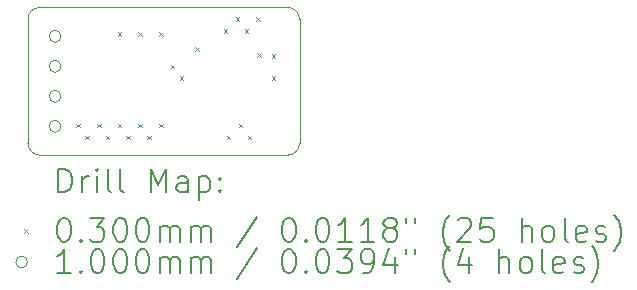
<source format=gbr>
%TF.GenerationSoftware,KiCad,Pcbnew,8.0.8-8.0.8-0~ubuntu24.04.1*%
%TF.CreationDate,2025-02-18T02:42:04+01:00*%
%TF.ProjectId,SPU0410LR5H,53505530-3431-4304-9c52-35482e6b6963,rev?*%
%TF.SameCoordinates,Original*%
%TF.FileFunction,Drillmap*%
%TF.FilePolarity,Positive*%
%FSLAX45Y45*%
G04 Gerber Fmt 4.5, Leading zero omitted, Abs format (unit mm)*
G04 Created by KiCad (PCBNEW 8.0.8-8.0.8-0~ubuntu24.04.1) date 2025-02-18 02:42:04*
%MOMM*%
%LPD*%
G01*
G04 APERTURE LIST*
%ADD10C,0.050000*%
%ADD11C,0.200000*%
%ADD12C,0.100000*%
G04 APERTURE END LIST*
D10*
X1490000Y-1390000D02*
X3590000Y-1390000D01*
X1390000Y-2540000D02*
X1390000Y-1490000D01*
X3690000Y-1490000D02*
X3690000Y-2540000D01*
X3590000Y-2640000D02*
X1490000Y-2640000D01*
X1490000Y-2640000D02*
G75*
G02*
X1390000Y-2540000I0J100000D01*
G01*
X1390000Y-1490000D02*
G75*
G02*
X1490000Y-1390000I100000J0D01*
G01*
X3590000Y-1390000D02*
G75*
G02*
X3690000Y-1490000I0J-100000D01*
G01*
X3690000Y-2540000D02*
G75*
G02*
X3590000Y-2640000I-100000J0D01*
G01*
D11*
D12*
X1800000Y-2375000D02*
X1830000Y-2405000D01*
X1830000Y-2375000D02*
X1800000Y-2405000D01*
X1875000Y-2475000D02*
X1905000Y-2505000D01*
X1905000Y-2475000D02*
X1875000Y-2505000D01*
X1975000Y-2375000D02*
X2005000Y-2405000D01*
X2005000Y-2375000D02*
X1975000Y-2405000D01*
X2050000Y-2475000D02*
X2080000Y-2505000D01*
X2080000Y-2475000D02*
X2050000Y-2505000D01*
X2150000Y-1601500D02*
X2180000Y-1631500D01*
X2180000Y-1601500D02*
X2150000Y-1631500D01*
X2150000Y-2375000D02*
X2180000Y-2405000D01*
X2180000Y-2375000D02*
X2150000Y-2405000D01*
X2225000Y-2475000D02*
X2255000Y-2505000D01*
X2255000Y-2475000D02*
X2225000Y-2505000D01*
X2325000Y-1601500D02*
X2355000Y-1631500D01*
X2355000Y-1601500D02*
X2325000Y-1631500D01*
X2325000Y-2375000D02*
X2355000Y-2405000D01*
X2355000Y-2375000D02*
X2325000Y-2405000D01*
X2400000Y-2475000D02*
X2430000Y-2505000D01*
X2430000Y-2475000D02*
X2400000Y-2505000D01*
X2500000Y-1601500D02*
X2530000Y-1631500D01*
X2530000Y-1601500D02*
X2500000Y-1631500D01*
X2500000Y-2375000D02*
X2530000Y-2405000D01*
X2530000Y-2375000D02*
X2500000Y-2405000D01*
X2600000Y-1875000D02*
X2630000Y-1905000D01*
X2630000Y-1875000D02*
X2600000Y-1905000D01*
X2675000Y-1975000D02*
X2705000Y-2005000D01*
X2705000Y-1975000D02*
X2675000Y-2005000D01*
X2805000Y-1726500D02*
X2835000Y-1756500D01*
X2835000Y-1726500D02*
X2805000Y-1756500D01*
X3050000Y-1575000D02*
X3080000Y-1605000D01*
X3080000Y-1575000D02*
X3050000Y-1605000D01*
X3075000Y-2475000D02*
X3105000Y-2505000D01*
X3105000Y-2475000D02*
X3075000Y-2505000D01*
X3150000Y-1475000D02*
X3180000Y-1505000D01*
X3180000Y-1475000D02*
X3150000Y-1505000D01*
X3175000Y-2375000D02*
X3205000Y-2405000D01*
X3205000Y-2375000D02*
X3175000Y-2405000D01*
X3225000Y-1575000D02*
X3255000Y-1605000D01*
X3255000Y-1575000D02*
X3225000Y-1605000D01*
X3250000Y-2475000D02*
X3280000Y-2505000D01*
X3280000Y-2475000D02*
X3250000Y-2505000D01*
X3325000Y-1475000D02*
X3355000Y-1505000D01*
X3355000Y-1475000D02*
X3325000Y-1505000D01*
X3330000Y-1776500D02*
X3360000Y-1806500D01*
X3360000Y-1776500D02*
X3330000Y-1806500D01*
X3455000Y-1786050D02*
X3485000Y-1816050D01*
X3485000Y-1786050D02*
X3455000Y-1816050D01*
X3455000Y-1975000D02*
X3485000Y-2005000D01*
X3485000Y-1975000D02*
X3455000Y-2005000D01*
X1670000Y-1635000D02*
G75*
G02*
X1570000Y-1635000I-50000J0D01*
G01*
X1570000Y-1635000D02*
G75*
G02*
X1670000Y-1635000I50000J0D01*
G01*
X1670000Y-1889000D02*
G75*
G02*
X1570000Y-1889000I-50000J0D01*
G01*
X1570000Y-1889000D02*
G75*
G02*
X1670000Y-1889000I50000J0D01*
G01*
X1670000Y-2143000D02*
G75*
G02*
X1570000Y-2143000I-50000J0D01*
G01*
X1570000Y-2143000D02*
G75*
G02*
X1670000Y-2143000I50000J0D01*
G01*
X1670000Y-2397000D02*
G75*
G02*
X1570000Y-2397000I-50000J0D01*
G01*
X1570000Y-2397000D02*
G75*
G02*
X1670000Y-2397000I50000J0D01*
G01*
D11*
X1648277Y-2953984D02*
X1648277Y-2753984D01*
X1648277Y-2753984D02*
X1695896Y-2753984D01*
X1695896Y-2753984D02*
X1724467Y-2763508D01*
X1724467Y-2763508D02*
X1743515Y-2782555D01*
X1743515Y-2782555D02*
X1753039Y-2801603D01*
X1753039Y-2801603D02*
X1762562Y-2839698D01*
X1762562Y-2839698D02*
X1762562Y-2868269D01*
X1762562Y-2868269D02*
X1753039Y-2906365D01*
X1753039Y-2906365D02*
X1743515Y-2925412D01*
X1743515Y-2925412D02*
X1724467Y-2944460D01*
X1724467Y-2944460D02*
X1695896Y-2953984D01*
X1695896Y-2953984D02*
X1648277Y-2953984D01*
X1848277Y-2953984D02*
X1848277Y-2820650D01*
X1848277Y-2858746D02*
X1857800Y-2839698D01*
X1857800Y-2839698D02*
X1867324Y-2830174D01*
X1867324Y-2830174D02*
X1886372Y-2820650D01*
X1886372Y-2820650D02*
X1905420Y-2820650D01*
X1972086Y-2953984D02*
X1972086Y-2820650D01*
X1972086Y-2753984D02*
X1962562Y-2763508D01*
X1962562Y-2763508D02*
X1972086Y-2773031D01*
X1972086Y-2773031D02*
X1981610Y-2763508D01*
X1981610Y-2763508D02*
X1972086Y-2753984D01*
X1972086Y-2753984D02*
X1972086Y-2773031D01*
X2095896Y-2953984D02*
X2076848Y-2944460D01*
X2076848Y-2944460D02*
X2067324Y-2925412D01*
X2067324Y-2925412D02*
X2067324Y-2753984D01*
X2200658Y-2953984D02*
X2181610Y-2944460D01*
X2181610Y-2944460D02*
X2172086Y-2925412D01*
X2172086Y-2925412D02*
X2172086Y-2753984D01*
X2429229Y-2953984D02*
X2429229Y-2753984D01*
X2429229Y-2753984D02*
X2495896Y-2896841D01*
X2495896Y-2896841D02*
X2562562Y-2753984D01*
X2562562Y-2753984D02*
X2562562Y-2953984D01*
X2743515Y-2953984D02*
X2743515Y-2849222D01*
X2743515Y-2849222D02*
X2733991Y-2830174D01*
X2733991Y-2830174D02*
X2714943Y-2820650D01*
X2714943Y-2820650D02*
X2676848Y-2820650D01*
X2676848Y-2820650D02*
X2657801Y-2830174D01*
X2743515Y-2944460D02*
X2724467Y-2953984D01*
X2724467Y-2953984D02*
X2676848Y-2953984D01*
X2676848Y-2953984D02*
X2657801Y-2944460D01*
X2657801Y-2944460D02*
X2648277Y-2925412D01*
X2648277Y-2925412D02*
X2648277Y-2906365D01*
X2648277Y-2906365D02*
X2657801Y-2887317D01*
X2657801Y-2887317D02*
X2676848Y-2877793D01*
X2676848Y-2877793D02*
X2724467Y-2877793D01*
X2724467Y-2877793D02*
X2743515Y-2868269D01*
X2838753Y-2820650D02*
X2838753Y-3020650D01*
X2838753Y-2830174D02*
X2857800Y-2820650D01*
X2857800Y-2820650D02*
X2895896Y-2820650D01*
X2895896Y-2820650D02*
X2914943Y-2830174D01*
X2914943Y-2830174D02*
X2924467Y-2839698D01*
X2924467Y-2839698D02*
X2933991Y-2858746D01*
X2933991Y-2858746D02*
X2933991Y-2915888D01*
X2933991Y-2915888D02*
X2924467Y-2934936D01*
X2924467Y-2934936D02*
X2914943Y-2944460D01*
X2914943Y-2944460D02*
X2895896Y-2953984D01*
X2895896Y-2953984D02*
X2857800Y-2953984D01*
X2857800Y-2953984D02*
X2838753Y-2944460D01*
X3019705Y-2934936D02*
X3029229Y-2944460D01*
X3029229Y-2944460D02*
X3019705Y-2953984D01*
X3019705Y-2953984D02*
X3010181Y-2944460D01*
X3010181Y-2944460D02*
X3019705Y-2934936D01*
X3019705Y-2934936D02*
X3019705Y-2953984D01*
X3019705Y-2830174D02*
X3029229Y-2839698D01*
X3029229Y-2839698D02*
X3019705Y-2849222D01*
X3019705Y-2849222D02*
X3010181Y-2839698D01*
X3010181Y-2839698D02*
X3019705Y-2830174D01*
X3019705Y-2830174D02*
X3019705Y-2849222D01*
D12*
X1357500Y-3267500D02*
X1387500Y-3297500D01*
X1387500Y-3267500D02*
X1357500Y-3297500D01*
D11*
X1686372Y-3173984D02*
X1705420Y-3173984D01*
X1705420Y-3173984D02*
X1724467Y-3183507D01*
X1724467Y-3183507D02*
X1733991Y-3193031D01*
X1733991Y-3193031D02*
X1743515Y-3212079D01*
X1743515Y-3212079D02*
X1753039Y-3250174D01*
X1753039Y-3250174D02*
X1753039Y-3297793D01*
X1753039Y-3297793D02*
X1743515Y-3335888D01*
X1743515Y-3335888D02*
X1733991Y-3354936D01*
X1733991Y-3354936D02*
X1724467Y-3364460D01*
X1724467Y-3364460D02*
X1705420Y-3373984D01*
X1705420Y-3373984D02*
X1686372Y-3373984D01*
X1686372Y-3373984D02*
X1667324Y-3364460D01*
X1667324Y-3364460D02*
X1657800Y-3354936D01*
X1657800Y-3354936D02*
X1648277Y-3335888D01*
X1648277Y-3335888D02*
X1638753Y-3297793D01*
X1638753Y-3297793D02*
X1638753Y-3250174D01*
X1638753Y-3250174D02*
X1648277Y-3212079D01*
X1648277Y-3212079D02*
X1657800Y-3193031D01*
X1657800Y-3193031D02*
X1667324Y-3183507D01*
X1667324Y-3183507D02*
X1686372Y-3173984D01*
X1838753Y-3354936D02*
X1848277Y-3364460D01*
X1848277Y-3364460D02*
X1838753Y-3373984D01*
X1838753Y-3373984D02*
X1829229Y-3364460D01*
X1829229Y-3364460D02*
X1838753Y-3354936D01*
X1838753Y-3354936D02*
X1838753Y-3373984D01*
X1914943Y-3173984D02*
X2038753Y-3173984D01*
X2038753Y-3173984D02*
X1972086Y-3250174D01*
X1972086Y-3250174D02*
X2000658Y-3250174D01*
X2000658Y-3250174D02*
X2019705Y-3259698D01*
X2019705Y-3259698D02*
X2029229Y-3269222D01*
X2029229Y-3269222D02*
X2038753Y-3288269D01*
X2038753Y-3288269D02*
X2038753Y-3335888D01*
X2038753Y-3335888D02*
X2029229Y-3354936D01*
X2029229Y-3354936D02*
X2019705Y-3364460D01*
X2019705Y-3364460D02*
X2000658Y-3373984D01*
X2000658Y-3373984D02*
X1943515Y-3373984D01*
X1943515Y-3373984D02*
X1924467Y-3364460D01*
X1924467Y-3364460D02*
X1914943Y-3354936D01*
X2162562Y-3173984D02*
X2181610Y-3173984D01*
X2181610Y-3173984D02*
X2200658Y-3183507D01*
X2200658Y-3183507D02*
X2210182Y-3193031D01*
X2210182Y-3193031D02*
X2219705Y-3212079D01*
X2219705Y-3212079D02*
X2229229Y-3250174D01*
X2229229Y-3250174D02*
X2229229Y-3297793D01*
X2229229Y-3297793D02*
X2219705Y-3335888D01*
X2219705Y-3335888D02*
X2210182Y-3354936D01*
X2210182Y-3354936D02*
X2200658Y-3364460D01*
X2200658Y-3364460D02*
X2181610Y-3373984D01*
X2181610Y-3373984D02*
X2162562Y-3373984D01*
X2162562Y-3373984D02*
X2143515Y-3364460D01*
X2143515Y-3364460D02*
X2133991Y-3354936D01*
X2133991Y-3354936D02*
X2124467Y-3335888D01*
X2124467Y-3335888D02*
X2114943Y-3297793D01*
X2114943Y-3297793D02*
X2114943Y-3250174D01*
X2114943Y-3250174D02*
X2124467Y-3212079D01*
X2124467Y-3212079D02*
X2133991Y-3193031D01*
X2133991Y-3193031D02*
X2143515Y-3183507D01*
X2143515Y-3183507D02*
X2162562Y-3173984D01*
X2353039Y-3173984D02*
X2372086Y-3173984D01*
X2372086Y-3173984D02*
X2391134Y-3183507D01*
X2391134Y-3183507D02*
X2400658Y-3193031D01*
X2400658Y-3193031D02*
X2410182Y-3212079D01*
X2410182Y-3212079D02*
X2419705Y-3250174D01*
X2419705Y-3250174D02*
X2419705Y-3297793D01*
X2419705Y-3297793D02*
X2410182Y-3335888D01*
X2410182Y-3335888D02*
X2400658Y-3354936D01*
X2400658Y-3354936D02*
X2391134Y-3364460D01*
X2391134Y-3364460D02*
X2372086Y-3373984D01*
X2372086Y-3373984D02*
X2353039Y-3373984D01*
X2353039Y-3373984D02*
X2333991Y-3364460D01*
X2333991Y-3364460D02*
X2324467Y-3354936D01*
X2324467Y-3354936D02*
X2314943Y-3335888D01*
X2314943Y-3335888D02*
X2305420Y-3297793D01*
X2305420Y-3297793D02*
X2305420Y-3250174D01*
X2305420Y-3250174D02*
X2314943Y-3212079D01*
X2314943Y-3212079D02*
X2324467Y-3193031D01*
X2324467Y-3193031D02*
X2333991Y-3183507D01*
X2333991Y-3183507D02*
X2353039Y-3173984D01*
X2505420Y-3373984D02*
X2505420Y-3240650D01*
X2505420Y-3259698D02*
X2514943Y-3250174D01*
X2514943Y-3250174D02*
X2533991Y-3240650D01*
X2533991Y-3240650D02*
X2562563Y-3240650D01*
X2562563Y-3240650D02*
X2581610Y-3250174D01*
X2581610Y-3250174D02*
X2591134Y-3269222D01*
X2591134Y-3269222D02*
X2591134Y-3373984D01*
X2591134Y-3269222D02*
X2600658Y-3250174D01*
X2600658Y-3250174D02*
X2619705Y-3240650D01*
X2619705Y-3240650D02*
X2648277Y-3240650D01*
X2648277Y-3240650D02*
X2667324Y-3250174D01*
X2667324Y-3250174D02*
X2676848Y-3269222D01*
X2676848Y-3269222D02*
X2676848Y-3373984D01*
X2772086Y-3373984D02*
X2772086Y-3240650D01*
X2772086Y-3259698D02*
X2781610Y-3250174D01*
X2781610Y-3250174D02*
X2800658Y-3240650D01*
X2800658Y-3240650D02*
X2829229Y-3240650D01*
X2829229Y-3240650D02*
X2848277Y-3250174D01*
X2848277Y-3250174D02*
X2857801Y-3269222D01*
X2857801Y-3269222D02*
X2857801Y-3373984D01*
X2857801Y-3269222D02*
X2867324Y-3250174D01*
X2867324Y-3250174D02*
X2886372Y-3240650D01*
X2886372Y-3240650D02*
X2914943Y-3240650D01*
X2914943Y-3240650D02*
X2933991Y-3250174D01*
X2933991Y-3250174D02*
X2943515Y-3269222D01*
X2943515Y-3269222D02*
X2943515Y-3373984D01*
X3333991Y-3164460D02*
X3162563Y-3421603D01*
X3591134Y-3173984D02*
X3610182Y-3173984D01*
X3610182Y-3173984D02*
X3629229Y-3183507D01*
X3629229Y-3183507D02*
X3638753Y-3193031D01*
X3638753Y-3193031D02*
X3648277Y-3212079D01*
X3648277Y-3212079D02*
X3657801Y-3250174D01*
X3657801Y-3250174D02*
X3657801Y-3297793D01*
X3657801Y-3297793D02*
X3648277Y-3335888D01*
X3648277Y-3335888D02*
X3638753Y-3354936D01*
X3638753Y-3354936D02*
X3629229Y-3364460D01*
X3629229Y-3364460D02*
X3610182Y-3373984D01*
X3610182Y-3373984D02*
X3591134Y-3373984D01*
X3591134Y-3373984D02*
X3572086Y-3364460D01*
X3572086Y-3364460D02*
X3562563Y-3354936D01*
X3562563Y-3354936D02*
X3553039Y-3335888D01*
X3553039Y-3335888D02*
X3543515Y-3297793D01*
X3543515Y-3297793D02*
X3543515Y-3250174D01*
X3543515Y-3250174D02*
X3553039Y-3212079D01*
X3553039Y-3212079D02*
X3562563Y-3193031D01*
X3562563Y-3193031D02*
X3572086Y-3183507D01*
X3572086Y-3183507D02*
X3591134Y-3173984D01*
X3743515Y-3354936D02*
X3753039Y-3364460D01*
X3753039Y-3364460D02*
X3743515Y-3373984D01*
X3743515Y-3373984D02*
X3733991Y-3364460D01*
X3733991Y-3364460D02*
X3743515Y-3354936D01*
X3743515Y-3354936D02*
X3743515Y-3373984D01*
X3876848Y-3173984D02*
X3895896Y-3173984D01*
X3895896Y-3173984D02*
X3914944Y-3183507D01*
X3914944Y-3183507D02*
X3924467Y-3193031D01*
X3924467Y-3193031D02*
X3933991Y-3212079D01*
X3933991Y-3212079D02*
X3943515Y-3250174D01*
X3943515Y-3250174D02*
X3943515Y-3297793D01*
X3943515Y-3297793D02*
X3933991Y-3335888D01*
X3933991Y-3335888D02*
X3924467Y-3354936D01*
X3924467Y-3354936D02*
X3914944Y-3364460D01*
X3914944Y-3364460D02*
X3895896Y-3373984D01*
X3895896Y-3373984D02*
X3876848Y-3373984D01*
X3876848Y-3373984D02*
X3857801Y-3364460D01*
X3857801Y-3364460D02*
X3848277Y-3354936D01*
X3848277Y-3354936D02*
X3838753Y-3335888D01*
X3838753Y-3335888D02*
X3829229Y-3297793D01*
X3829229Y-3297793D02*
X3829229Y-3250174D01*
X3829229Y-3250174D02*
X3838753Y-3212079D01*
X3838753Y-3212079D02*
X3848277Y-3193031D01*
X3848277Y-3193031D02*
X3857801Y-3183507D01*
X3857801Y-3183507D02*
X3876848Y-3173984D01*
X4133991Y-3373984D02*
X4019705Y-3373984D01*
X4076848Y-3373984D02*
X4076848Y-3173984D01*
X4076848Y-3173984D02*
X4057801Y-3202555D01*
X4057801Y-3202555D02*
X4038753Y-3221603D01*
X4038753Y-3221603D02*
X4019705Y-3231126D01*
X4324467Y-3373984D02*
X4210182Y-3373984D01*
X4267325Y-3373984D02*
X4267325Y-3173984D01*
X4267325Y-3173984D02*
X4248277Y-3202555D01*
X4248277Y-3202555D02*
X4229229Y-3221603D01*
X4229229Y-3221603D02*
X4210182Y-3231126D01*
X4438753Y-3259698D02*
X4419706Y-3250174D01*
X4419706Y-3250174D02*
X4410182Y-3240650D01*
X4410182Y-3240650D02*
X4400658Y-3221603D01*
X4400658Y-3221603D02*
X4400658Y-3212079D01*
X4400658Y-3212079D02*
X4410182Y-3193031D01*
X4410182Y-3193031D02*
X4419706Y-3183507D01*
X4419706Y-3183507D02*
X4438753Y-3173984D01*
X4438753Y-3173984D02*
X4476848Y-3173984D01*
X4476848Y-3173984D02*
X4495896Y-3183507D01*
X4495896Y-3183507D02*
X4505420Y-3193031D01*
X4505420Y-3193031D02*
X4514944Y-3212079D01*
X4514944Y-3212079D02*
X4514944Y-3221603D01*
X4514944Y-3221603D02*
X4505420Y-3240650D01*
X4505420Y-3240650D02*
X4495896Y-3250174D01*
X4495896Y-3250174D02*
X4476848Y-3259698D01*
X4476848Y-3259698D02*
X4438753Y-3259698D01*
X4438753Y-3259698D02*
X4419706Y-3269222D01*
X4419706Y-3269222D02*
X4410182Y-3278746D01*
X4410182Y-3278746D02*
X4400658Y-3297793D01*
X4400658Y-3297793D02*
X4400658Y-3335888D01*
X4400658Y-3335888D02*
X4410182Y-3354936D01*
X4410182Y-3354936D02*
X4419706Y-3364460D01*
X4419706Y-3364460D02*
X4438753Y-3373984D01*
X4438753Y-3373984D02*
X4476848Y-3373984D01*
X4476848Y-3373984D02*
X4495896Y-3364460D01*
X4495896Y-3364460D02*
X4505420Y-3354936D01*
X4505420Y-3354936D02*
X4514944Y-3335888D01*
X4514944Y-3335888D02*
X4514944Y-3297793D01*
X4514944Y-3297793D02*
X4505420Y-3278746D01*
X4505420Y-3278746D02*
X4495896Y-3269222D01*
X4495896Y-3269222D02*
X4476848Y-3259698D01*
X4591134Y-3173984D02*
X4591134Y-3212079D01*
X4667325Y-3173984D02*
X4667325Y-3212079D01*
X4962563Y-3450174D02*
X4953039Y-3440650D01*
X4953039Y-3440650D02*
X4933991Y-3412079D01*
X4933991Y-3412079D02*
X4924468Y-3393031D01*
X4924468Y-3393031D02*
X4914944Y-3364460D01*
X4914944Y-3364460D02*
X4905420Y-3316841D01*
X4905420Y-3316841D02*
X4905420Y-3278746D01*
X4905420Y-3278746D02*
X4914944Y-3231126D01*
X4914944Y-3231126D02*
X4924468Y-3202555D01*
X4924468Y-3202555D02*
X4933991Y-3183507D01*
X4933991Y-3183507D02*
X4953039Y-3154936D01*
X4953039Y-3154936D02*
X4962563Y-3145412D01*
X5029229Y-3193031D02*
X5038753Y-3183507D01*
X5038753Y-3183507D02*
X5057801Y-3173984D01*
X5057801Y-3173984D02*
X5105420Y-3173984D01*
X5105420Y-3173984D02*
X5124468Y-3183507D01*
X5124468Y-3183507D02*
X5133991Y-3193031D01*
X5133991Y-3193031D02*
X5143515Y-3212079D01*
X5143515Y-3212079D02*
X5143515Y-3231126D01*
X5143515Y-3231126D02*
X5133991Y-3259698D01*
X5133991Y-3259698D02*
X5019706Y-3373984D01*
X5019706Y-3373984D02*
X5143515Y-3373984D01*
X5324468Y-3173984D02*
X5229229Y-3173984D01*
X5229229Y-3173984D02*
X5219706Y-3269222D01*
X5219706Y-3269222D02*
X5229229Y-3259698D01*
X5229229Y-3259698D02*
X5248277Y-3250174D01*
X5248277Y-3250174D02*
X5295896Y-3250174D01*
X5295896Y-3250174D02*
X5314944Y-3259698D01*
X5314944Y-3259698D02*
X5324468Y-3269222D01*
X5324468Y-3269222D02*
X5333991Y-3288269D01*
X5333991Y-3288269D02*
X5333991Y-3335888D01*
X5333991Y-3335888D02*
X5324468Y-3354936D01*
X5324468Y-3354936D02*
X5314944Y-3364460D01*
X5314944Y-3364460D02*
X5295896Y-3373984D01*
X5295896Y-3373984D02*
X5248277Y-3373984D01*
X5248277Y-3373984D02*
X5229229Y-3364460D01*
X5229229Y-3364460D02*
X5219706Y-3354936D01*
X5572087Y-3373984D02*
X5572087Y-3173984D01*
X5657801Y-3373984D02*
X5657801Y-3269222D01*
X5657801Y-3269222D02*
X5648277Y-3250174D01*
X5648277Y-3250174D02*
X5629229Y-3240650D01*
X5629229Y-3240650D02*
X5600658Y-3240650D01*
X5600658Y-3240650D02*
X5581610Y-3250174D01*
X5581610Y-3250174D02*
X5572087Y-3259698D01*
X5781610Y-3373984D02*
X5762563Y-3364460D01*
X5762563Y-3364460D02*
X5753039Y-3354936D01*
X5753039Y-3354936D02*
X5743515Y-3335888D01*
X5743515Y-3335888D02*
X5743515Y-3278746D01*
X5743515Y-3278746D02*
X5753039Y-3259698D01*
X5753039Y-3259698D02*
X5762563Y-3250174D01*
X5762563Y-3250174D02*
X5781610Y-3240650D01*
X5781610Y-3240650D02*
X5810182Y-3240650D01*
X5810182Y-3240650D02*
X5829229Y-3250174D01*
X5829229Y-3250174D02*
X5838753Y-3259698D01*
X5838753Y-3259698D02*
X5848277Y-3278746D01*
X5848277Y-3278746D02*
X5848277Y-3335888D01*
X5848277Y-3335888D02*
X5838753Y-3354936D01*
X5838753Y-3354936D02*
X5829229Y-3364460D01*
X5829229Y-3364460D02*
X5810182Y-3373984D01*
X5810182Y-3373984D02*
X5781610Y-3373984D01*
X5962563Y-3373984D02*
X5943515Y-3364460D01*
X5943515Y-3364460D02*
X5933991Y-3345412D01*
X5933991Y-3345412D02*
X5933991Y-3173984D01*
X6114944Y-3364460D02*
X6095896Y-3373984D01*
X6095896Y-3373984D02*
X6057801Y-3373984D01*
X6057801Y-3373984D02*
X6038753Y-3364460D01*
X6038753Y-3364460D02*
X6029229Y-3345412D01*
X6029229Y-3345412D02*
X6029229Y-3269222D01*
X6029229Y-3269222D02*
X6038753Y-3250174D01*
X6038753Y-3250174D02*
X6057801Y-3240650D01*
X6057801Y-3240650D02*
X6095896Y-3240650D01*
X6095896Y-3240650D02*
X6114944Y-3250174D01*
X6114944Y-3250174D02*
X6124468Y-3269222D01*
X6124468Y-3269222D02*
X6124468Y-3288269D01*
X6124468Y-3288269D02*
X6029229Y-3307317D01*
X6200658Y-3364460D02*
X6219706Y-3373984D01*
X6219706Y-3373984D02*
X6257801Y-3373984D01*
X6257801Y-3373984D02*
X6276849Y-3364460D01*
X6276849Y-3364460D02*
X6286372Y-3345412D01*
X6286372Y-3345412D02*
X6286372Y-3335888D01*
X6286372Y-3335888D02*
X6276849Y-3316841D01*
X6276849Y-3316841D02*
X6257801Y-3307317D01*
X6257801Y-3307317D02*
X6229229Y-3307317D01*
X6229229Y-3307317D02*
X6210182Y-3297793D01*
X6210182Y-3297793D02*
X6200658Y-3278746D01*
X6200658Y-3278746D02*
X6200658Y-3269222D01*
X6200658Y-3269222D02*
X6210182Y-3250174D01*
X6210182Y-3250174D02*
X6229229Y-3240650D01*
X6229229Y-3240650D02*
X6257801Y-3240650D01*
X6257801Y-3240650D02*
X6276849Y-3250174D01*
X6353039Y-3450174D02*
X6362563Y-3440650D01*
X6362563Y-3440650D02*
X6381610Y-3412079D01*
X6381610Y-3412079D02*
X6391134Y-3393031D01*
X6391134Y-3393031D02*
X6400658Y-3364460D01*
X6400658Y-3364460D02*
X6410182Y-3316841D01*
X6410182Y-3316841D02*
X6410182Y-3278746D01*
X6410182Y-3278746D02*
X6400658Y-3231126D01*
X6400658Y-3231126D02*
X6391134Y-3202555D01*
X6391134Y-3202555D02*
X6381610Y-3183507D01*
X6381610Y-3183507D02*
X6362563Y-3154936D01*
X6362563Y-3154936D02*
X6353039Y-3145412D01*
D12*
X1387500Y-3546500D02*
G75*
G02*
X1287500Y-3546500I-50000J0D01*
G01*
X1287500Y-3546500D02*
G75*
G02*
X1387500Y-3546500I50000J0D01*
G01*
D11*
X1753039Y-3637984D02*
X1638753Y-3637984D01*
X1695896Y-3637984D02*
X1695896Y-3437984D01*
X1695896Y-3437984D02*
X1676848Y-3466555D01*
X1676848Y-3466555D02*
X1657800Y-3485603D01*
X1657800Y-3485603D02*
X1638753Y-3495126D01*
X1838753Y-3618936D02*
X1848277Y-3628460D01*
X1848277Y-3628460D02*
X1838753Y-3637984D01*
X1838753Y-3637984D02*
X1829229Y-3628460D01*
X1829229Y-3628460D02*
X1838753Y-3618936D01*
X1838753Y-3618936D02*
X1838753Y-3637984D01*
X1972086Y-3437984D02*
X1991134Y-3437984D01*
X1991134Y-3437984D02*
X2010181Y-3447507D01*
X2010181Y-3447507D02*
X2019705Y-3457031D01*
X2019705Y-3457031D02*
X2029229Y-3476079D01*
X2029229Y-3476079D02*
X2038753Y-3514174D01*
X2038753Y-3514174D02*
X2038753Y-3561793D01*
X2038753Y-3561793D02*
X2029229Y-3599888D01*
X2029229Y-3599888D02*
X2019705Y-3618936D01*
X2019705Y-3618936D02*
X2010181Y-3628460D01*
X2010181Y-3628460D02*
X1991134Y-3637984D01*
X1991134Y-3637984D02*
X1972086Y-3637984D01*
X1972086Y-3637984D02*
X1953039Y-3628460D01*
X1953039Y-3628460D02*
X1943515Y-3618936D01*
X1943515Y-3618936D02*
X1933991Y-3599888D01*
X1933991Y-3599888D02*
X1924467Y-3561793D01*
X1924467Y-3561793D02*
X1924467Y-3514174D01*
X1924467Y-3514174D02*
X1933991Y-3476079D01*
X1933991Y-3476079D02*
X1943515Y-3457031D01*
X1943515Y-3457031D02*
X1953039Y-3447507D01*
X1953039Y-3447507D02*
X1972086Y-3437984D01*
X2162562Y-3437984D02*
X2181610Y-3437984D01*
X2181610Y-3437984D02*
X2200658Y-3447507D01*
X2200658Y-3447507D02*
X2210182Y-3457031D01*
X2210182Y-3457031D02*
X2219705Y-3476079D01*
X2219705Y-3476079D02*
X2229229Y-3514174D01*
X2229229Y-3514174D02*
X2229229Y-3561793D01*
X2229229Y-3561793D02*
X2219705Y-3599888D01*
X2219705Y-3599888D02*
X2210182Y-3618936D01*
X2210182Y-3618936D02*
X2200658Y-3628460D01*
X2200658Y-3628460D02*
X2181610Y-3637984D01*
X2181610Y-3637984D02*
X2162562Y-3637984D01*
X2162562Y-3637984D02*
X2143515Y-3628460D01*
X2143515Y-3628460D02*
X2133991Y-3618936D01*
X2133991Y-3618936D02*
X2124467Y-3599888D01*
X2124467Y-3599888D02*
X2114943Y-3561793D01*
X2114943Y-3561793D02*
X2114943Y-3514174D01*
X2114943Y-3514174D02*
X2124467Y-3476079D01*
X2124467Y-3476079D02*
X2133991Y-3457031D01*
X2133991Y-3457031D02*
X2143515Y-3447507D01*
X2143515Y-3447507D02*
X2162562Y-3437984D01*
X2353039Y-3437984D02*
X2372086Y-3437984D01*
X2372086Y-3437984D02*
X2391134Y-3447507D01*
X2391134Y-3447507D02*
X2400658Y-3457031D01*
X2400658Y-3457031D02*
X2410182Y-3476079D01*
X2410182Y-3476079D02*
X2419705Y-3514174D01*
X2419705Y-3514174D02*
X2419705Y-3561793D01*
X2419705Y-3561793D02*
X2410182Y-3599888D01*
X2410182Y-3599888D02*
X2400658Y-3618936D01*
X2400658Y-3618936D02*
X2391134Y-3628460D01*
X2391134Y-3628460D02*
X2372086Y-3637984D01*
X2372086Y-3637984D02*
X2353039Y-3637984D01*
X2353039Y-3637984D02*
X2333991Y-3628460D01*
X2333991Y-3628460D02*
X2324467Y-3618936D01*
X2324467Y-3618936D02*
X2314943Y-3599888D01*
X2314943Y-3599888D02*
X2305420Y-3561793D01*
X2305420Y-3561793D02*
X2305420Y-3514174D01*
X2305420Y-3514174D02*
X2314943Y-3476079D01*
X2314943Y-3476079D02*
X2324467Y-3457031D01*
X2324467Y-3457031D02*
X2333991Y-3447507D01*
X2333991Y-3447507D02*
X2353039Y-3437984D01*
X2505420Y-3637984D02*
X2505420Y-3504650D01*
X2505420Y-3523698D02*
X2514943Y-3514174D01*
X2514943Y-3514174D02*
X2533991Y-3504650D01*
X2533991Y-3504650D02*
X2562563Y-3504650D01*
X2562563Y-3504650D02*
X2581610Y-3514174D01*
X2581610Y-3514174D02*
X2591134Y-3533222D01*
X2591134Y-3533222D02*
X2591134Y-3637984D01*
X2591134Y-3533222D02*
X2600658Y-3514174D01*
X2600658Y-3514174D02*
X2619705Y-3504650D01*
X2619705Y-3504650D02*
X2648277Y-3504650D01*
X2648277Y-3504650D02*
X2667324Y-3514174D01*
X2667324Y-3514174D02*
X2676848Y-3533222D01*
X2676848Y-3533222D02*
X2676848Y-3637984D01*
X2772086Y-3637984D02*
X2772086Y-3504650D01*
X2772086Y-3523698D02*
X2781610Y-3514174D01*
X2781610Y-3514174D02*
X2800658Y-3504650D01*
X2800658Y-3504650D02*
X2829229Y-3504650D01*
X2829229Y-3504650D02*
X2848277Y-3514174D01*
X2848277Y-3514174D02*
X2857801Y-3533222D01*
X2857801Y-3533222D02*
X2857801Y-3637984D01*
X2857801Y-3533222D02*
X2867324Y-3514174D01*
X2867324Y-3514174D02*
X2886372Y-3504650D01*
X2886372Y-3504650D02*
X2914943Y-3504650D01*
X2914943Y-3504650D02*
X2933991Y-3514174D01*
X2933991Y-3514174D02*
X2943515Y-3533222D01*
X2943515Y-3533222D02*
X2943515Y-3637984D01*
X3333991Y-3428460D02*
X3162563Y-3685603D01*
X3591134Y-3437984D02*
X3610182Y-3437984D01*
X3610182Y-3437984D02*
X3629229Y-3447507D01*
X3629229Y-3447507D02*
X3638753Y-3457031D01*
X3638753Y-3457031D02*
X3648277Y-3476079D01*
X3648277Y-3476079D02*
X3657801Y-3514174D01*
X3657801Y-3514174D02*
X3657801Y-3561793D01*
X3657801Y-3561793D02*
X3648277Y-3599888D01*
X3648277Y-3599888D02*
X3638753Y-3618936D01*
X3638753Y-3618936D02*
X3629229Y-3628460D01*
X3629229Y-3628460D02*
X3610182Y-3637984D01*
X3610182Y-3637984D02*
X3591134Y-3637984D01*
X3591134Y-3637984D02*
X3572086Y-3628460D01*
X3572086Y-3628460D02*
X3562563Y-3618936D01*
X3562563Y-3618936D02*
X3553039Y-3599888D01*
X3553039Y-3599888D02*
X3543515Y-3561793D01*
X3543515Y-3561793D02*
X3543515Y-3514174D01*
X3543515Y-3514174D02*
X3553039Y-3476079D01*
X3553039Y-3476079D02*
X3562563Y-3457031D01*
X3562563Y-3457031D02*
X3572086Y-3447507D01*
X3572086Y-3447507D02*
X3591134Y-3437984D01*
X3743515Y-3618936D02*
X3753039Y-3628460D01*
X3753039Y-3628460D02*
X3743515Y-3637984D01*
X3743515Y-3637984D02*
X3733991Y-3628460D01*
X3733991Y-3628460D02*
X3743515Y-3618936D01*
X3743515Y-3618936D02*
X3743515Y-3637984D01*
X3876848Y-3437984D02*
X3895896Y-3437984D01*
X3895896Y-3437984D02*
X3914944Y-3447507D01*
X3914944Y-3447507D02*
X3924467Y-3457031D01*
X3924467Y-3457031D02*
X3933991Y-3476079D01*
X3933991Y-3476079D02*
X3943515Y-3514174D01*
X3943515Y-3514174D02*
X3943515Y-3561793D01*
X3943515Y-3561793D02*
X3933991Y-3599888D01*
X3933991Y-3599888D02*
X3924467Y-3618936D01*
X3924467Y-3618936D02*
X3914944Y-3628460D01*
X3914944Y-3628460D02*
X3895896Y-3637984D01*
X3895896Y-3637984D02*
X3876848Y-3637984D01*
X3876848Y-3637984D02*
X3857801Y-3628460D01*
X3857801Y-3628460D02*
X3848277Y-3618936D01*
X3848277Y-3618936D02*
X3838753Y-3599888D01*
X3838753Y-3599888D02*
X3829229Y-3561793D01*
X3829229Y-3561793D02*
X3829229Y-3514174D01*
X3829229Y-3514174D02*
X3838753Y-3476079D01*
X3838753Y-3476079D02*
X3848277Y-3457031D01*
X3848277Y-3457031D02*
X3857801Y-3447507D01*
X3857801Y-3447507D02*
X3876848Y-3437984D01*
X4010182Y-3437984D02*
X4133991Y-3437984D01*
X4133991Y-3437984D02*
X4067324Y-3514174D01*
X4067324Y-3514174D02*
X4095896Y-3514174D01*
X4095896Y-3514174D02*
X4114944Y-3523698D01*
X4114944Y-3523698D02*
X4124467Y-3533222D01*
X4124467Y-3533222D02*
X4133991Y-3552269D01*
X4133991Y-3552269D02*
X4133991Y-3599888D01*
X4133991Y-3599888D02*
X4124467Y-3618936D01*
X4124467Y-3618936D02*
X4114944Y-3628460D01*
X4114944Y-3628460D02*
X4095896Y-3637984D01*
X4095896Y-3637984D02*
X4038753Y-3637984D01*
X4038753Y-3637984D02*
X4019705Y-3628460D01*
X4019705Y-3628460D02*
X4010182Y-3618936D01*
X4229229Y-3637984D02*
X4267325Y-3637984D01*
X4267325Y-3637984D02*
X4286372Y-3628460D01*
X4286372Y-3628460D02*
X4295896Y-3618936D01*
X4295896Y-3618936D02*
X4314944Y-3590365D01*
X4314944Y-3590365D02*
X4324467Y-3552269D01*
X4324467Y-3552269D02*
X4324467Y-3476079D01*
X4324467Y-3476079D02*
X4314944Y-3457031D01*
X4314944Y-3457031D02*
X4305420Y-3447507D01*
X4305420Y-3447507D02*
X4286372Y-3437984D01*
X4286372Y-3437984D02*
X4248277Y-3437984D01*
X4248277Y-3437984D02*
X4229229Y-3447507D01*
X4229229Y-3447507D02*
X4219706Y-3457031D01*
X4219706Y-3457031D02*
X4210182Y-3476079D01*
X4210182Y-3476079D02*
X4210182Y-3523698D01*
X4210182Y-3523698D02*
X4219706Y-3542746D01*
X4219706Y-3542746D02*
X4229229Y-3552269D01*
X4229229Y-3552269D02*
X4248277Y-3561793D01*
X4248277Y-3561793D02*
X4286372Y-3561793D01*
X4286372Y-3561793D02*
X4305420Y-3552269D01*
X4305420Y-3552269D02*
X4314944Y-3542746D01*
X4314944Y-3542746D02*
X4324467Y-3523698D01*
X4495896Y-3504650D02*
X4495896Y-3637984D01*
X4448277Y-3428460D02*
X4400658Y-3571317D01*
X4400658Y-3571317D02*
X4524467Y-3571317D01*
X4591134Y-3437984D02*
X4591134Y-3476079D01*
X4667325Y-3437984D02*
X4667325Y-3476079D01*
X4962563Y-3714174D02*
X4953039Y-3704650D01*
X4953039Y-3704650D02*
X4933991Y-3676079D01*
X4933991Y-3676079D02*
X4924468Y-3657031D01*
X4924468Y-3657031D02*
X4914944Y-3628460D01*
X4914944Y-3628460D02*
X4905420Y-3580841D01*
X4905420Y-3580841D02*
X4905420Y-3542746D01*
X4905420Y-3542746D02*
X4914944Y-3495126D01*
X4914944Y-3495126D02*
X4924468Y-3466555D01*
X4924468Y-3466555D02*
X4933991Y-3447507D01*
X4933991Y-3447507D02*
X4953039Y-3418936D01*
X4953039Y-3418936D02*
X4962563Y-3409412D01*
X5124468Y-3504650D02*
X5124468Y-3637984D01*
X5076848Y-3428460D02*
X5029229Y-3571317D01*
X5029229Y-3571317D02*
X5153039Y-3571317D01*
X5381610Y-3637984D02*
X5381610Y-3437984D01*
X5467325Y-3637984D02*
X5467325Y-3533222D01*
X5467325Y-3533222D02*
X5457801Y-3514174D01*
X5457801Y-3514174D02*
X5438753Y-3504650D01*
X5438753Y-3504650D02*
X5410182Y-3504650D01*
X5410182Y-3504650D02*
X5391134Y-3514174D01*
X5391134Y-3514174D02*
X5381610Y-3523698D01*
X5591134Y-3637984D02*
X5572087Y-3628460D01*
X5572087Y-3628460D02*
X5562563Y-3618936D01*
X5562563Y-3618936D02*
X5553039Y-3599888D01*
X5553039Y-3599888D02*
X5553039Y-3542746D01*
X5553039Y-3542746D02*
X5562563Y-3523698D01*
X5562563Y-3523698D02*
X5572087Y-3514174D01*
X5572087Y-3514174D02*
X5591134Y-3504650D01*
X5591134Y-3504650D02*
X5619706Y-3504650D01*
X5619706Y-3504650D02*
X5638753Y-3514174D01*
X5638753Y-3514174D02*
X5648277Y-3523698D01*
X5648277Y-3523698D02*
X5657801Y-3542746D01*
X5657801Y-3542746D02*
X5657801Y-3599888D01*
X5657801Y-3599888D02*
X5648277Y-3618936D01*
X5648277Y-3618936D02*
X5638753Y-3628460D01*
X5638753Y-3628460D02*
X5619706Y-3637984D01*
X5619706Y-3637984D02*
X5591134Y-3637984D01*
X5772087Y-3637984D02*
X5753039Y-3628460D01*
X5753039Y-3628460D02*
X5743515Y-3609412D01*
X5743515Y-3609412D02*
X5743515Y-3437984D01*
X5924468Y-3628460D02*
X5905420Y-3637984D01*
X5905420Y-3637984D02*
X5867325Y-3637984D01*
X5867325Y-3637984D02*
X5848277Y-3628460D01*
X5848277Y-3628460D02*
X5838753Y-3609412D01*
X5838753Y-3609412D02*
X5838753Y-3533222D01*
X5838753Y-3533222D02*
X5848277Y-3514174D01*
X5848277Y-3514174D02*
X5867325Y-3504650D01*
X5867325Y-3504650D02*
X5905420Y-3504650D01*
X5905420Y-3504650D02*
X5924468Y-3514174D01*
X5924468Y-3514174D02*
X5933991Y-3533222D01*
X5933991Y-3533222D02*
X5933991Y-3552269D01*
X5933991Y-3552269D02*
X5838753Y-3571317D01*
X6010182Y-3628460D02*
X6029229Y-3637984D01*
X6029229Y-3637984D02*
X6067325Y-3637984D01*
X6067325Y-3637984D02*
X6086372Y-3628460D01*
X6086372Y-3628460D02*
X6095896Y-3609412D01*
X6095896Y-3609412D02*
X6095896Y-3599888D01*
X6095896Y-3599888D02*
X6086372Y-3580841D01*
X6086372Y-3580841D02*
X6067325Y-3571317D01*
X6067325Y-3571317D02*
X6038753Y-3571317D01*
X6038753Y-3571317D02*
X6019706Y-3561793D01*
X6019706Y-3561793D02*
X6010182Y-3542746D01*
X6010182Y-3542746D02*
X6010182Y-3533222D01*
X6010182Y-3533222D02*
X6019706Y-3514174D01*
X6019706Y-3514174D02*
X6038753Y-3504650D01*
X6038753Y-3504650D02*
X6067325Y-3504650D01*
X6067325Y-3504650D02*
X6086372Y-3514174D01*
X6162563Y-3714174D02*
X6172087Y-3704650D01*
X6172087Y-3704650D02*
X6191134Y-3676079D01*
X6191134Y-3676079D02*
X6200658Y-3657031D01*
X6200658Y-3657031D02*
X6210182Y-3628460D01*
X6210182Y-3628460D02*
X6219706Y-3580841D01*
X6219706Y-3580841D02*
X6219706Y-3542746D01*
X6219706Y-3542746D02*
X6210182Y-3495126D01*
X6210182Y-3495126D02*
X6200658Y-3466555D01*
X6200658Y-3466555D02*
X6191134Y-3447507D01*
X6191134Y-3447507D02*
X6172087Y-3418936D01*
X6172087Y-3418936D02*
X6162563Y-3409412D01*
M02*

</source>
